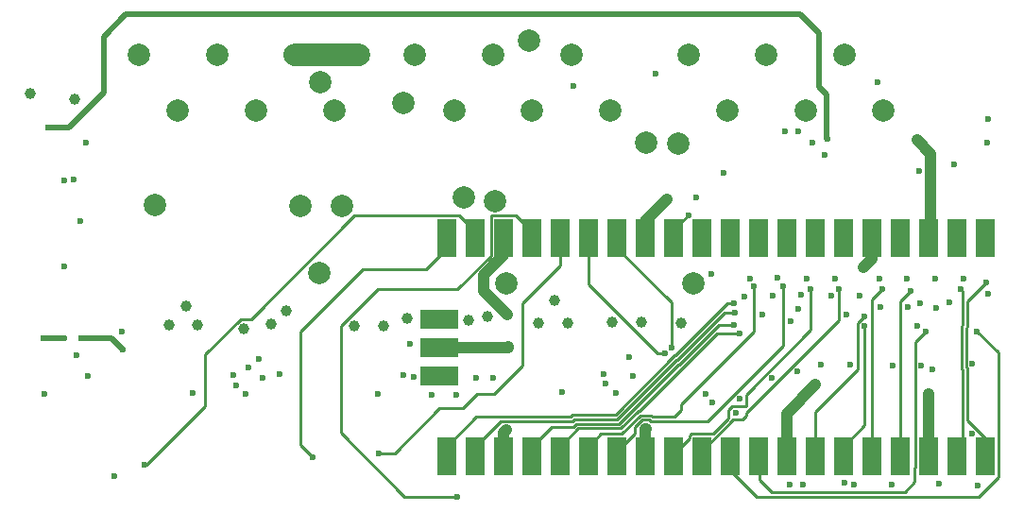
<source format=gbr>
%TF.GenerationSoftware,KiCad,Pcbnew,7.0.9-7.0.9~ubuntu22.04.1*%
%TF.CreationDate,2023-12-10T20:03:09+01:00*%
%TF.ProjectId,door_if4_usb.v2,646f6f72-5f69-4663-945f-7573622e7632,rev?*%
%TF.SameCoordinates,Original*%
%TF.FileFunction,Copper,L4,Bot*%
%TF.FilePolarity,Positive*%
%FSLAX46Y46*%
G04 Gerber Fmt 4.6, Leading zero omitted, Abs format (unit mm)*
G04 Created by KiCad (PCBNEW 7.0.9-7.0.9~ubuntu22.04.1) date 2023-12-10 20:03:09*
%MOMM*%
%LPD*%
G01*
G04 APERTURE LIST*
%TA.AperFunction,ComponentPad*%
%ADD10C,2.000000*%
%TD*%
%TA.AperFunction,SMDPad,CuDef*%
%ADD11R,1.700000X3.500000*%
%TD*%
%TA.AperFunction,SMDPad,CuDef*%
%ADD12R,3.500000X1.700000*%
%TD*%
%TA.AperFunction,ViaPad*%
%ADD13C,2.000000*%
%TD*%
%TA.AperFunction,ViaPad*%
%ADD14C,1.000000*%
%TD*%
%TA.AperFunction,ViaPad*%
%ADD15C,0.600000*%
%TD*%
%TA.AperFunction,Conductor*%
%ADD16C,1.000000*%
%TD*%
%TA.AperFunction,Conductor*%
%ADD17C,0.500000*%
%TD*%
%TA.AperFunction,Conductor*%
%ADD18C,2.000000*%
%TD*%
%TA.AperFunction,Conductor*%
%ADD19C,0.250000*%
%TD*%
G04 APERTURE END LIST*
D10*
%TO.P,J1,1,Pin_1*%
%TO.N,+24V*%
X139000000Y-99500000D03*
%TO.P,J1,2,Pin_2*%
%TO.N,IN1*%
X135500000Y-94500000D03*
%TO.P,J1,3,Pin_3*%
%TO.N,IN2*%
X132000000Y-99500000D03*
%TO.P,J1,4,Pin_4*%
%TO.N,IN3*%
X128500000Y-94500000D03*
%TO.P,J1,5,Pin_5*%
%TO.N,IN4*%
X125000000Y-99500000D03*
%TO.P,J1,6,Pin_6*%
%TO.N,IN5*%
X121500000Y-94500000D03*
%TD*%
%TO.P,J3,1,Pin_1*%
%TO.N,OUT2*%
X89750000Y-99500000D03*
%TO.P,J3,2,Pin_2*%
%TO.N,OUT3*%
X86250000Y-94500000D03*
%TO.P,J3,3,Pin_3*%
%TO.N,OUT4*%
X82750000Y-99500000D03*
%TO.P,J3,4,Pin_4*%
%TO.N,OUT5*%
X79250000Y-94500000D03*
%TO.P,J3,5,Pin_5*%
%TO.N,OUT6*%
X75750000Y-99500000D03*
%TO.P,J3,6,Pin_6*%
%TO.N,GNDA*%
X72250000Y-94500000D03*
%TD*%
%TO.P,J2,1,Pin_1*%
%TO.N,+24V*%
X114500000Y-99500000D03*
%TO.P,J2,2,Pin_2*%
%TO.N,IN6*%
X111000000Y-94500000D03*
%TO.P,J2,3,Pin_3*%
%TO.N,IN7*%
X107500000Y-99500000D03*
%TO.P,J2,4,Pin_4*%
%TO.N,IN8*%
X104000000Y-94500000D03*
%TO.P,J2,5,Pin_5*%
%TO.N,OUT1*%
X100500000Y-99500000D03*
%TO.P,J2,6,Pin_6*%
%TO.N,GNDA*%
X97000000Y-94500000D03*
%TD*%
D11*
%TO.P,U1,1,GPIO0*%
%TO.N,S_IN1A*%
X148130000Y-130515000D03*
%TO.P,U1,2,GPIO1*%
%TO.N,S_IN1B*%
X145590000Y-130515000D03*
%TO.P,U1,3,GND*%
%TO.N,GND*%
X143050000Y-130515000D03*
%TO.P,U1,4,GPIO2*%
%TO.N,S_IN2A*%
X140510000Y-130515000D03*
%TO.P,U1,5,GPIO3*%
%TO.N,S_IN2B*%
X137970000Y-130515000D03*
%TO.P,U1,6,GPIO4*%
%TO.N,S_IN3A*%
X135430000Y-130515000D03*
%TO.P,U1,7,GPIO5*%
%TO.N,S_IN3B*%
X132890000Y-130515000D03*
%TO.P,U1,8,GND*%
%TO.N,GND*%
X130350000Y-130515000D03*
%TO.P,U1,9,GPIO6*%
%TO.N,S_IN4A*%
X127810000Y-130515000D03*
%TO.P,U1,10,GPIO7*%
%TO.N,S_IN4B*%
X125270000Y-130515000D03*
%TO.P,U1,11,GPIO8*%
%TO.N,S_IN5A*%
X122730000Y-130515000D03*
%TO.P,U1,12,GPIO9*%
%TO.N,S_IN5B*%
X120190000Y-130515000D03*
%TO.P,U1,13,GND*%
%TO.N,GND*%
X117650000Y-130515000D03*
%TO.P,U1,14,GPIO10*%
%TO.N,S_IN6A*%
X115110000Y-130515000D03*
%TO.P,U1,15,GPIO11*%
%TO.N,S_IN6B*%
X112570000Y-130515000D03*
%TO.P,U1,16,GPIO12*%
%TO.N,S_IN7A*%
X110030000Y-130515000D03*
%TO.P,U1,17,GPIO13*%
%TO.N,S_IN7B*%
X107490000Y-130515000D03*
%TO.P,U1,18,GND*%
%TO.N,GND*%
X104950000Y-130515000D03*
%TO.P,U1,19,GPIO14*%
%TO.N,S_IN8A*%
X102410000Y-130515000D03*
%TO.P,U1,20,GPIO15*%
%TO.N,S_IN8B*%
X99870000Y-130515000D03*
%TO.P,U1,21,GPIO16*%
%TO.N,S_OUT6*%
X99870000Y-110935000D03*
%TO.P,U1,22,GPIO17*%
%TO.N,S_OUT5*%
X102410000Y-110935000D03*
%TO.P,U1,23,GND*%
%TO.N,GND*%
X104950000Y-110935000D03*
%TO.P,U1,24,GPIO18*%
%TO.N,S_OUT4*%
X107490000Y-110935000D03*
%TO.P,U1,25,GPIO19*%
%TO.N,S_OUT3*%
X110030000Y-110935000D03*
%TO.P,U1,26,GPIO20*%
%TO.N,S_OUT2*%
X112570000Y-110935000D03*
%TO.P,U1,27,GPIO21*%
%TO.N,S_OUT1*%
X115110000Y-110935000D03*
%TO.P,U1,28,GND*%
%TO.N,GND*%
X117650000Y-110935000D03*
%TO.P,U1,29,GPIO22*%
%TO.N,O_LED*%
X120190000Y-110935000D03*
%TO.P,U1,30,RUN*%
%TO.N,unconnected-(U1-RUN-Pad30)*%
X122730000Y-110935000D03*
%TO.P,U1,31,GPIO26_ADC0*%
%TO.N,unconnected-(U1-GPIO26_ADC0-Pad31)*%
X125270000Y-110935000D03*
%TO.P,U1,32,GPIO27_ADC1*%
%TO.N,unconnected-(U1-GPIO27_ADC1-Pad32)*%
X127810000Y-110935000D03*
%TO.P,U1,33,AGND*%
%TO.N,unconnected-(U1-AGND-Pad33)*%
X130350000Y-110935000D03*
%TO.P,U1,34,GPIO28_ADC2*%
%TO.N,unconnected-(U1-GPIO28_ADC2-Pad34)*%
X132890000Y-110935000D03*
%TO.P,U1,35,ADC_VREF*%
%TO.N,unconnected-(U1-ADC_VREF-Pad35)*%
X135430000Y-110935000D03*
%TO.P,U1,36,3V3*%
%TO.N,+3V3*%
X137970000Y-110935000D03*
%TO.P,U1,37,3V3_EN*%
%TO.N,unconnected-(U1-3V3_EN-Pad37)*%
X140510000Y-110935000D03*
%TO.P,U1,38,GND*%
%TO.N,GND*%
X143050000Y-110935000D03*
%TO.P,U1,39,VSYS*%
%TO.N,unconnected-(U1-VSYS-Pad39)*%
X145590000Y-110935000D03*
%TO.P,U1,40,VBUS*%
%TO.N,unconnected-(U1-VBUS-Pad40)*%
X148130000Y-110935000D03*
D12*
%TO.P,U1,41,SWCLK*%
%TO.N,unconnected-(U1-SWCLK-Pad41)*%
X99200000Y-123265000D03*
%TO.P,U1,42,GND*%
%TO.N,GND*%
X99200000Y-120725000D03*
%TO.P,U1,43,SWDIO*%
%TO.N,unconnected-(U1-SWDIO-Pad43)*%
X99200000Y-118185000D03*
%TD*%
D13*
%TO.N,+24V*%
X117751911Y-102368423D03*
D14*
X109495556Y-116549500D03*
D15*
X104000000Y-123500000D03*
D14*
X84150000Y-118650000D03*
X117300000Y-118500000D03*
X94175000Y-118775000D03*
X101800000Y-118300000D03*
X76500000Y-117000000D03*
X103500000Y-118000000D03*
X77550000Y-118750000D03*
D15*
X82100000Y-122500000D03*
X84900000Y-123100000D03*
D14*
X110700000Y-118600000D03*
D13*
X88400000Y-114100000D03*
X107190888Y-93263553D03*
X122000000Y-115000000D03*
X88500000Y-97000000D03*
X105200000Y-115000000D03*
D14*
X85500000Y-117500000D03*
X120875000Y-118559063D03*
D15*
X102500000Y-123500000D03*
%TO.N,GNDA*%
X147450002Y-133149998D03*
D14*
X114700000Y-118500000D03*
D15*
X80950000Y-124150000D03*
D14*
X66500000Y-98500000D03*
D15*
X110200000Y-124700000D03*
X77050000Y-124850000D03*
X98475000Y-124975000D03*
D13*
X120600000Y-102500000D03*
D15*
X81850000Y-124950000D03*
X114100000Y-124000000D03*
X131750000Y-133000000D03*
X96900000Y-123400000D03*
X124700000Y-105100000D03*
X67000000Y-109400000D03*
X66400000Y-105700000D03*
D13*
X104199998Y-107600001D03*
D14*
X62500000Y-98000000D03*
D15*
X100710500Y-124970945D03*
X83350000Y-123450000D03*
D14*
X74950000Y-118750000D03*
D15*
X70700000Y-119300000D03*
D13*
X101400000Y-107299996D03*
D15*
X148300000Y-102400000D03*
X143985507Y-132989796D03*
D14*
X81620711Y-119045711D03*
X96347655Y-118152345D03*
D15*
X115000000Y-124800000D03*
D13*
X86700000Y-108100000D03*
D15*
X136338437Y-133039740D03*
X148400000Y-100300000D03*
X116500000Y-123300000D03*
D13*
X90500000Y-108100000D03*
D15*
X93675000Y-124875000D03*
X122200000Y-107300000D03*
D14*
X91575000Y-118775000D03*
X108100000Y-118600000D03*
D13*
X73700000Y-108000000D03*
D15*
%TO.N,+3V3*%
X142300000Y-116800000D03*
X135700000Y-117800000D03*
X138700000Y-117100000D03*
X131400000Y-117300000D03*
X126500000Y-116200000D03*
X141200000Y-117100000D03*
X143700000Y-117200000D03*
X130700000Y-118400000D03*
X128100000Y-117800000D03*
X148400000Y-115900000D03*
X63800000Y-124900000D03*
X144900000Y-116700000D03*
X129100000Y-116100000D03*
X134300000Y-116100000D03*
X131596474Y-116050000D03*
D14*
X137200000Y-113600000D03*
D15*
X136900000Y-116100000D03*
%TO.N,GND*%
X141100000Y-114600000D03*
D14*
X117705288Y-128025000D03*
D15*
X131272622Y-122906237D03*
X132100000Y-114600000D03*
X134700000Y-114600000D03*
D14*
X105300000Y-117800000D03*
D15*
X143400000Y-122700000D03*
X136000000Y-122300000D03*
X133400000Y-122300000D03*
X127000000Y-114600000D03*
X146923478Y-128491242D03*
X142400000Y-122400000D03*
X146975000Y-122238955D03*
D14*
X119600000Y-107500000D03*
D15*
X146200000Y-114600000D03*
X138600000Y-114600000D03*
X67700000Y-123300000D03*
X66700000Y-121400000D03*
X128972756Y-123513468D03*
X129500000Y-114500000D03*
D14*
X142025000Y-102150000D03*
X143000000Y-124900000D03*
D15*
X65600000Y-113500000D03*
X123600000Y-114200000D03*
X139800000Y-122400000D03*
D14*
X105200000Y-128150000D03*
X105400000Y-120700000D03*
D15*
X143600000Y-114600000D03*
D14*
X132900000Y-124100000D03*
D15*
%TO.N,Net-(D26-A)*%
X145300000Y-104300000D03*
X142200000Y-104900000D03*
%TO.N,Net-(D28-A)*%
X132600000Y-102400000D03*
X133700000Y-103500000D03*
%TO.N,VmidA*%
X130600000Y-133000000D03*
X139700000Y-133000000D03*
X70100000Y-132300000D03*
X135500000Y-132900000D03*
%TO.N,VmidB*%
X64100000Y-101000000D03*
X133965314Y-102075000D03*
D13*
%TO.N,OUT2*%
X96000000Y-98800000D03*
D15*
%TO.N,Net-(U9A-+)*%
X65600000Y-105800000D03*
X67500000Y-102400000D03*
D13*
%TO.N,OUT3*%
X92000000Y-94500000D03*
D15*
%TO.N,Vmid_3v3_A*%
X65600000Y-119900000D03*
X70800000Y-120900000D03*
X63700000Y-119900000D03*
X67100000Y-119900000D03*
%TO.N,IN1*%
X138500000Y-97000000D03*
%TO.N,IN5*%
X130200000Y-101400000D03*
X131400000Y-101400000D03*
%TO.N,IN6*%
X118600000Y-96200000D03*
%TO.N,IN7*%
X123644510Y-125673832D03*
X125780000Y-126607917D03*
X111200000Y-97300000D03*
%TO.N,IN8*%
X123025000Y-124944806D03*
X126080771Y-125317668D03*
%TO.N,Net-(Q1-G1)*%
X113900000Y-123100000D03*
X116200000Y-121600000D03*
%TO.N,Net-(Q3-G1)*%
X96600000Y-120400000D03*
X96000000Y-123200000D03*
%TO.N,Net-(Q5-G1)*%
X83050000Y-121750000D03*
X80750000Y-123250000D03*
%TO.N,O_LED*%
X121500000Y-108900000D03*
%TO.N,S_IN1A*%
X148200000Y-114900000D03*
%TO.N,S_IN1B*%
X145900000Y-115500000D03*
%TO.N,S_IN2A*%
X141450000Y-115650000D03*
%TO.N,S_IN2B*%
X138900000Y-115500000D03*
%TO.N,S_IN3A*%
X137306587Y-118806587D03*
%TO.N,S_IN3B*%
X142000000Y-118800000D03*
X137300000Y-118000000D03*
%TO.N,S_IN4A*%
X142800000Y-119300000D03*
%TO.N,S_IN4B*%
X147351764Y-119296473D03*
%TO.N,S_IN5A*%
X135000000Y-115500000D03*
%TO.N,S_IN5B*%
X132500000Y-115500000D03*
%TO.N,S_IN6A*%
X130000000Y-115300000D03*
%TO.N,S_IN6B*%
X127400000Y-115300000D03*
%TO.N,S_IN7A*%
X126100000Y-119500000D03*
%TO.N,S_IN7B*%
X125600000Y-118700000D03*
%TO.N,S_IN8A*%
X125700000Y-117600000D03*
%TO.N,S_IN8B*%
X125600000Y-116800000D03*
%TO.N,S_OUT6*%
X87810454Y-130600000D03*
%TO.N,S_OUT5*%
X72800000Y-131300000D03*
%TO.N,S_OUT4*%
X100800000Y-134100000D03*
%TO.N,S_OUT3*%
X93769987Y-130225000D03*
%TO.N,S_OUT2*%
X119407326Y-121259610D03*
%TO.N,S_OUT1*%
X120000000Y-120800000D03*
%TD*%
D16*
%TO.N,+3V3*%
X137970000Y-112830000D02*
X137200000Y-113600000D01*
X137970000Y-111835000D02*
X137970000Y-112830000D01*
%TO.N,GND*%
X103200000Y-115700000D02*
X105300000Y-117800000D01*
X143050000Y-111835000D02*
X143250000Y-111635000D01*
X103200000Y-114229926D02*
X103200000Y-115700000D01*
X117650000Y-109450000D02*
X119600000Y-107500000D01*
X104950000Y-111835000D02*
X104950000Y-112479926D01*
X104950000Y-112479926D02*
X103200000Y-114229926D01*
X117650000Y-129615000D02*
X117650000Y-128080288D01*
X143250000Y-111635000D02*
X143250000Y-103375000D01*
X100100000Y-120725000D02*
X105375000Y-120725000D01*
X143050000Y-129615000D02*
X143050000Y-124950000D01*
X143050000Y-124950000D02*
X143000000Y-124900000D01*
X104950000Y-128400000D02*
X105200000Y-128150000D01*
X130350000Y-129615000D02*
X130350000Y-126650000D01*
X105375000Y-120725000D02*
X105400000Y-120700000D01*
X117650000Y-111835000D02*
X117650000Y-109450000D01*
X104950000Y-129615000D02*
X104950000Y-128400000D01*
X143250000Y-103375000D02*
X142025000Y-102150000D01*
X117650000Y-128080288D02*
X117705288Y-128025000D01*
X130350000Y-126650000D02*
X132900000Y-124100000D01*
D17*
%TO.N,VmidB*%
X133900000Y-102009686D02*
X133965314Y-102075000D01*
X64100000Y-101000000D02*
X66000000Y-101000000D01*
X66000000Y-101000000D02*
X69100000Y-97900000D01*
X71100000Y-90900000D02*
X131500000Y-90900000D01*
X69100000Y-92900000D02*
X71100000Y-90900000D01*
X133200000Y-97400000D02*
X133900000Y-98100000D01*
X133900000Y-98100000D02*
X133900000Y-102009686D01*
X133200000Y-92600000D02*
X133200000Y-97400000D01*
X131500000Y-90900000D02*
X133200000Y-92600000D01*
X69100000Y-97900000D02*
X69100000Y-92900000D01*
D18*
%TO.N,OUT3*%
X92000000Y-94500000D02*
X86250000Y-94500000D01*
D17*
%TO.N,Vmid_3v3_A*%
X69800000Y-119900000D02*
X70800000Y-120900000D01*
X67100000Y-119900000D02*
X69800000Y-119900000D01*
X63700000Y-119900000D02*
X65600000Y-119900000D01*
D19*
%TO.N,O_LED*%
X120190000Y-110210000D02*
X121500000Y-108900000D01*
X120190000Y-111835000D02*
X120190000Y-110210000D01*
%TO.N,S_IN1A*%
X146495000Y-118891827D02*
X146495000Y-116605000D01*
X148130000Y-128884591D02*
X146495000Y-127249591D01*
X146400000Y-118986827D02*
X146495000Y-118891827D01*
X148130000Y-129615000D02*
X148130000Y-128884591D01*
X146495000Y-122586772D02*
X146400000Y-122491772D01*
X146495000Y-127249591D02*
X146495000Y-122586772D01*
X146495000Y-116605000D02*
X148200000Y-114900000D01*
X146400000Y-122491772D02*
X146400000Y-118986827D01*
%TO.N,S_IN1B*%
X146000000Y-122657457D02*
X146000000Y-118821142D01*
X146000000Y-118821142D02*
X146095000Y-118726142D01*
X146095000Y-122752458D02*
X146000000Y-122657457D01*
X145590000Y-129615000D02*
X146095000Y-129110000D01*
X146095000Y-118726142D02*
X146095000Y-115695000D01*
X146095000Y-115695000D02*
X145900000Y-115500000D01*
X146095000Y-129110000D02*
X146095000Y-122752458D01*
%TO.N,S_IN2A*%
X140510000Y-129615000D02*
X140510000Y-116590000D01*
X140510000Y-116590000D02*
X141450000Y-115650000D01*
%TO.N,S_IN2B*%
X137970000Y-116430000D02*
X138900000Y-115500000D01*
X137970000Y-129615000D02*
X137970000Y-116430000D01*
%TO.N,S_IN3A*%
X137300000Y-127745000D02*
X137300000Y-118813174D01*
X135430000Y-129615000D02*
X137300000Y-127745000D01*
X137300000Y-118813174D02*
X137306587Y-118806587D01*
%TO.N,S_IN3B*%
X136700000Y-122700000D02*
X136700000Y-118600000D01*
X132890000Y-126510000D02*
X136700000Y-122700000D01*
X132890000Y-129615000D02*
X132890000Y-126510000D01*
X136700000Y-118600000D02*
X137300000Y-118000000D01*
%TO.N,S_IN4A*%
X129000000Y-133700000D02*
X127900000Y-132600000D01*
X141800000Y-131500000D02*
X141800000Y-132800000D01*
X127900000Y-129705000D02*
X127810000Y-129615000D01*
X140900000Y-133700000D02*
X129000000Y-133700000D01*
X141825000Y-120275000D02*
X141825000Y-131475000D01*
X142800000Y-119300000D02*
X141825000Y-120275000D01*
X141800000Y-132800000D02*
X140900000Y-133700000D01*
X141825000Y-131475000D02*
X141800000Y-131500000D01*
X127900000Y-132600000D02*
X127900000Y-129705000D01*
%TO.N,S_IN4B*%
X127600000Y-134100000D02*
X125270000Y-131770000D01*
X147351764Y-119296473D02*
X149275000Y-121219709D01*
X149275000Y-132358910D02*
X147533910Y-134100000D01*
X147533910Y-134100000D02*
X127600000Y-134100000D01*
X125270000Y-131770000D02*
X125270000Y-129615000D01*
X149275000Y-121219709D02*
X149275000Y-132358910D01*
%TO.N,S_IN5A*%
X126385687Y-127223504D02*
X125542181Y-127223504D01*
X126721679Y-126887512D02*
X126385687Y-127223504D01*
X135000000Y-118299397D02*
X126721679Y-126577718D01*
X135000000Y-115500000D02*
X135000000Y-118299397D01*
X126721679Y-126577718D02*
X126721679Y-126887512D01*
X125542181Y-127223504D02*
X123150685Y-129615000D01*
X123150685Y-129615000D02*
X122730000Y-129615000D01*
%TO.N,S_IN5B*%
X120880000Y-129615000D02*
X120190000Y-129615000D01*
X123709999Y-128490000D02*
X121766090Y-128490000D01*
X121766090Y-128490000D02*
X121605000Y-128651090D01*
X126676548Y-124994163D02*
X126676548Y-126013817D01*
X125105000Y-127094999D02*
X123709999Y-128490000D01*
X132500000Y-119170711D02*
X126676548Y-124994163D01*
X126676548Y-126013817D02*
X125419505Y-126013817D01*
X125419505Y-126013817D02*
X125105000Y-126328322D01*
X132500000Y-115500000D02*
X132500000Y-119170711D01*
X121605000Y-128651090D02*
X121605000Y-128890000D01*
X125105000Y-126328322D02*
X125105000Y-127094999D01*
X121605000Y-128890000D02*
X120880000Y-129615000D01*
%TO.N,S_IN6A*%
X116713984Y-128490000D02*
X116686090Y-128490000D01*
X115561090Y-129615000D02*
X115110000Y-129615000D01*
X118021015Y-127224999D02*
X117378985Y-127224999D01*
X117378985Y-127224999D02*
X116724999Y-127878985D01*
X116724999Y-127878985D02*
X116724999Y-128478985D01*
X116686090Y-128490000D02*
X115561090Y-129615000D01*
X130000000Y-120585266D02*
X123260267Y-127324999D01*
X130000000Y-115300000D02*
X130000000Y-120585266D01*
X118121015Y-127324999D02*
X118021015Y-127224999D01*
X116724999Y-128478985D02*
X116713984Y-128490000D01*
X123260267Y-127324999D02*
X118121015Y-127324999D01*
%TO.N,S_IN6B*%
X118286701Y-126924999D02*
X118186700Y-126824999D01*
X118186700Y-126824999D02*
X117213299Y-126824999D01*
X120825000Y-126375000D02*
X120275001Y-126924999D01*
X127400000Y-119286827D02*
X120825000Y-125861827D01*
X117213299Y-126824999D02*
X115548298Y-128490000D01*
X115548298Y-128490000D02*
X113695000Y-128490000D01*
X120275001Y-126924999D02*
X118286701Y-126924999D01*
X120825000Y-125861827D02*
X120825000Y-126375000D01*
X127400000Y-115300000D02*
X127400000Y-119286827D01*
X113695000Y-128490000D02*
X112570000Y-129615000D01*
%TO.N,S_IN7A*%
X115472613Y-128000000D02*
X111645000Y-128000000D01*
X117147613Y-126424999D02*
X117047613Y-126425000D01*
X124072612Y-119500000D02*
X117147613Y-126424999D01*
X117047613Y-126425000D02*
X115472613Y-128000000D01*
X111645000Y-128000000D02*
X110030000Y-129615000D01*
X126100000Y-119500000D02*
X124072612Y-119500000D01*
%TO.N,S_IN7B*%
X115306937Y-127600000D02*
X111479314Y-127600000D01*
X124244543Y-118700000D02*
X120669543Y-122275000D01*
X111245000Y-127834315D02*
X109270685Y-127834315D01*
X111479314Y-127600000D02*
X111245000Y-127834315D01*
X125600000Y-118700000D02*
X124244543Y-118700000D01*
X120631937Y-122275000D02*
X115306937Y-127600000D01*
X120669543Y-122275000D02*
X120631937Y-122275000D01*
X109270685Y-127834315D02*
X107490000Y-129615000D01*
%TO.N,S_IN8A*%
X111313629Y-127200001D02*
X111138630Y-127375000D01*
X111138630Y-127375000D02*
X104650000Y-127375000D01*
X120466246Y-121875000D02*
X115141245Y-127200000D01*
X120503858Y-121875000D02*
X120466246Y-121875000D01*
X125700000Y-117600000D02*
X124778859Y-117600000D01*
X104650000Y-127375000D02*
X102410000Y-129615000D01*
X124778859Y-117600000D02*
X120503858Y-121875000D01*
X115141245Y-127200000D02*
X111313629Y-127200001D01*
%TO.N,S_IN8B*%
X111147942Y-126800001D02*
X110972943Y-126975000D01*
X110972943Y-126975000D02*
X102510000Y-126975000D01*
X114975560Y-126800000D02*
X111147942Y-126800001D01*
X120338173Y-121475000D02*
X120300560Y-121475000D01*
X102510000Y-126975000D02*
X99870000Y-129615000D01*
X120300560Y-121475000D02*
X114975560Y-126800000D01*
X125013173Y-116800000D02*
X120338173Y-121475000D01*
X125600000Y-116800000D02*
X125013173Y-116800000D01*
%TO.N,S_OUT6*%
X98005000Y-113700000D02*
X92300000Y-113700000D01*
X86700000Y-129489546D02*
X87810454Y-130600000D01*
X92300000Y-113700000D02*
X86700000Y-119300000D01*
X86700000Y-119300000D02*
X86700000Y-129489546D01*
X99870000Y-111835000D02*
X98005000Y-113700000D01*
%TO.N,S_OUT5*%
X81370405Y-118200000D02*
X78203793Y-121366612D01*
X78203793Y-125996207D02*
X73700000Y-130500000D01*
X82300000Y-118200000D02*
X81370405Y-118200000D01*
X72900000Y-131300000D02*
X72800000Y-131300000D01*
X100995000Y-108910000D02*
X91590000Y-108910000D01*
X102410000Y-111835000D02*
X102410000Y-110325000D01*
X78203793Y-121366612D02*
X78203793Y-125996207D01*
X102410000Y-110325000D02*
X100995000Y-108910000D01*
X91590000Y-108910000D02*
X82300000Y-118200000D01*
X73700000Y-130500000D02*
X72900000Y-131300000D01*
%TO.N,S_OUT4*%
X96086827Y-134100000D02*
X100800000Y-134100000D01*
X93700000Y-115500000D02*
X90400000Y-118800000D01*
X103825000Y-112508910D02*
X100833910Y-115500000D01*
X90400000Y-118800000D02*
X90400000Y-128413173D01*
X90400000Y-128413173D02*
X96086827Y-134100000D01*
X103825000Y-108910000D02*
X103825000Y-112508910D01*
X100833910Y-115500000D02*
X93700000Y-115500000D01*
X106075000Y-108910000D02*
X103825000Y-108910000D01*
X107490000Y-110325000D02*
X106075000Y-108910000D01*
X107490000Y-111835000D02*
X107490000Y-110325000D01*
%TO.N,S_OUT3*%
X102600000Y-124900000D02*
X101300000Y-126200000D01*
X110030000Y-111835000D02*
X110030000Y-113370000D01*
X106600000Y-116800000D02*
X106600000Y-122400000D01*
X101300000Y-126200000D02*
X99200000Y-126200000D01*
X104100000Y-124900000D02*
X102600000Y-124900000D01*
X106600000Y-122400000D02*
X104100000Y-124900000D01*
X95175000Y-130225000D02*
X93769987Y-130225000D01*
X99200000Y-126200000D02*
X95175000Y-130225000D01*
X110030000Y-113370000D02*
X106600000Y-116800000D01*
%TO.N,S_OUT2*%
X112570000Y-115070000D02*
X118759610Y-121259610D01*
X112570000Y-111835000D02*
X112570000Y-115070000D01*
X118759610Y-121259610D02*
X119407326Y-121259610D01*
%TO.N,S_OUT1*%
X115110000Y-111835000D02*
X120000000Y-116725000D01*
X120000000Y-116725000D02*
X120000000Y-120800000D01*
%TD*%
M02*

</source>
